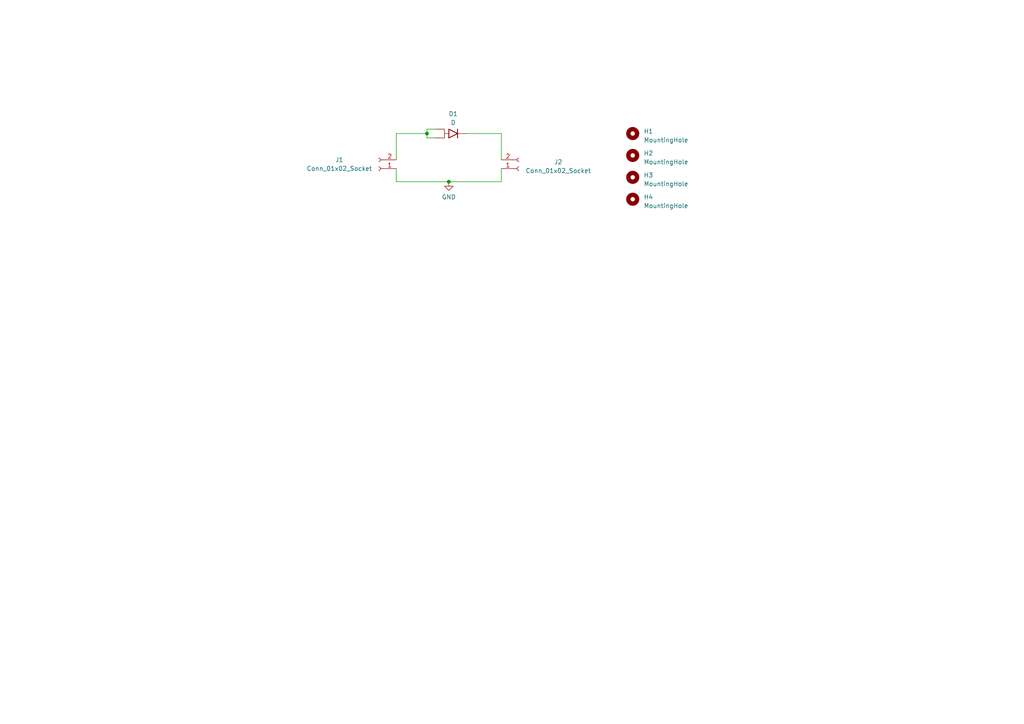
<source format=kicad_sch>
(kicad_sch (version 20230121) (generator eeschema)
  (paper "A4")
  (lib_symbols
    (symbol "Connector:Conn_01x02_Socket" (pin_names (offset 1.016) hide)
      (property "Reference" "J" (at 0 2.54 0))
      (property "Value" "Conn_01x02_Socket" (at 0 -5.08 0))
      (symbol "Conn_01x02_Socket_1_1"
        (arc (start 0 -2.032) (mid -0.5058 -2.54) (end 0 -3.048) (stroke (width 0.1524)))
        (polyline (pts (xy -1.27 -2.54) (xy -0.508 -2.54)) (stroke (width 0.1524)))
        (polyline (pts (xy -1.27 0) (xy -0.508 0)) (stroke (width 0.1524)))
        (arc (start 0 0.508) (mid -0.5058 0) (end 0 -0.508) (stroke (width 0.1524)))
        (pin passive line (at -5.08 0 0) (length 3.81) (name "Pin_1") (number "1"))
        (pin passive line (at -5.08 -2.54 0) (length 3.81) (name "Pin_2") (number "2"))
      )
    )
    (symbol "Device:D" (pin_numbers hide) (pin_names (offset 1.016) hide)
      (property "Reference" "D1" (at 0 -9.525 0))
      (property "Value" "D" (at 0 -6.985 0))
      (symbol "D_0_1"
        (polyline (pts (xy -1.27 -2.54) (xy -1.27 -5.08)) (stroke (width 0.254)))
        (polyline (pts (xy 1.27 -2.54) (xy 1.27 -5.08) (xy -1.27 -3.81) (xy 1.27 -2.54)) (stroke (width 0.254)))
        (polyline (pts (xy 2.54 -5.08) (xy 2.54 -2.54) (xy 2.54 -3.81) (xy 1.27 -3.81)))
      )
      (symbol "D_1_1"
        (pin passive line (at 5.08 -2.54 180) (length 2.54) (name "A") (number "1"))
        (pin passive line (at 5.08 -5.08 180) (length 2.54) (name "A") (number "2"))
        (pin passive line (at -3.81 -3.81 0) (length 2.54) (name "K") (number "3"))
      )
    )
    (symbol "Mechanical:MountingHole" (pin_names (offset 1.016))
      (property "Reference" "H" (at 0 5.08 0))
      (property "Value" "MountingHole" (at 0 3.175 0))
      (symbol "MountingHole_0_1"
        (circle (center 0 0) (radius 1.27) (stroke (width 1.27)))
      )
    )
    (symbol "power:GND" (power) (pin_names (offset 0))
      (property "Value" "GND" (at 0 -3.81 0))
      (symbol "GND_0_1"
        (polyline (pts (xy 0 0) (xy 0 -1.27) (xy 1.27 -1.27) (xy 0 -2.54) (xy -1.27 -1.27) (xy 0 -1.27)))
      )
      (symbol "GND_1_1"
        (pin power_in line (at 0 0 270) (length 0) hide (name "GND") (number "1"))
      )
    )
  )
  (junction (at 123.825 38.735))
  (junction (at 130.175 52.705))
  (wire (pts (xy 135.255 38.735) (xy 145.415 38.735)))
  (wire (pts (xy 123.825 38.735) (xy 123.825 37.465)))
  (wire (pts (xy 145.415 38.735) (xy 145.415 46.355)))
  (wire (pts (xy 114.935 48.895) (xy 114.935 52.705)))
  (wire (pts (xy 145.415 52.705) (xy 145.415 48.895)))
  (wire (pts (xy 114.935 52.705) (xy 130.175 52.705)))
  (wire (pts (xy 114.935 38.735) (xy 123.825 38.735)))
  (wire (pts (xy 123.825 37.465) (xy 126.365 37.465)))
  (wire (pts (xy 123.825 40.005) (xy 123.825 38.735)))
  (wire (pts (xy 130.175 52.705) (xy 145.415 52.705)))
  (wire (pts (xy 126.365 40.005) (xy 123.825 40.005)))
  (wire (pts (xy 114.935 46.355) (xy 114.935 38.735)))
  (symbol (lib_id "Connector:Conn_01x02_Socket") (at 150.495 48.895 0) (mirror x) (unit 1)
    (property "Reference" "J2" (at 161.925 46.99 0))
    (property "Value" "Conn_01x02_Socket" (at 161.925 49.53 0))
    (property "Footprint" "Connector_Molex:Molex_Sabre_43160-0102_1x02_P7.49mm_Vertical" (effects hide))
    (property "Datasheet" "https://www.mouser.com/ProductDetail/538-43160-0102" (effects hide))
    (property "Sim.Device" "R" (effects hide))
    (property "Sim.Pins" "1=+ 2=-" (effects hide))
    (property "Sim.Params" "r=\"\"" (effects hide))
  )
  (symbol (lib_id "Mechanical:MountingHole") (at 183.515 45.085 0) (unit 1)
    (property "Reference" "H2" (at 186.69 44.45 0) (effects (justify left)))
    (property "Value" "MountingHole" (at 186.69 46.99 0) (effects (justify left)))
    (property "Footprint" "MountingHole:MountingHole_3mm" (effects hide))
  )
  (symbol (lib_id "Device:D") (at 131.445 42.545 180) (unit 1)
    (property "Reference" "D1" (at 131.445 33.02 0))
    (property "Value" "D" (at 131.445 35.56 0))
    (property "Footprint" "UTSVT_Passive:SBLB25L30CTE345" (effects hide))
    (property "Datasheet" "https://www.vishay.com/docs/88731/sbl25l30ct.pdf" (effects hide))
    (property "Sim.Device" "D" (effects hide))
    (property "Sim.Pins" "1=K 2=A" (effects hide))
  )
  (symbol (lib_id "power:GND") (at 130.175 52.705 0) (unit 1)
    (property "Reference" "#PWR01" (effects hide))
    (property "Value" "GND" (at 130.175 57.15 0))
  )
  (symbol (lib_id "Mechanical:MountingHole") (at 183.515 51.435 0) (unit 1)
    (property "Reference" "H3" (at 186.69 50.8 0) (effects (justify left)))
    (property "Value" "MountingHole" (at 186.69 53.34 0) (effects (justify left)))
    (property "Footprint" "MountingHole:MountingHole_3mm" (effects hide))
  )
  (symbol (lib_id "Mechanical:MountingHole") (at 183.515 38.735 0) (unit 1)
    (property "Reference" "H1" (at 186.69 38.1 0) (effects (justify left)))
    (property "Value" "MountingHole" (at 186.69 40.64 0) (effects (justify left)))
    (property "Footprint" "MountingHole:MountingHole_3mm" (effects hide))
  )
  (symbol (lib_id "Mechanical:MountingHole") (at 183.515 57.785 0) (unit 1)
    (property "Reference" "H4" (at 186.69 57.15 0) (effects (justify left)))
    (property "Value" "MountingHole" (at 186.69 59.69 0) (effects (justify left)))
    (property "Footprint" "MountingHole:MountingHole_3mm" (effects hide))
  )
  (symbol (lib_id "Connector:Conn_01x02_Socket") (at 109.855 48.895 180) (unit 1)
    (property "Reference" "J1" (at 98.425 46.355 0))
    (property "Value" "Conn_01x02_Socket" (at 98.425 48.895 0))
    (property "Footprint" "Connector_Molex:Molex_Sabre_43160-0102_1x02_P7.49mm_Vertical" (effects hide))
    (property "Datasheet" "https://www.mouser.com/ProductDetail/538-43160-0102" (effects hide))
    (property "Sim.Device" "R" (effects hide))
    (property "Sim.Pins" "1=+ 2=-" (effects hide))
    (property "Sim.Params" "r=\"\"" (effects hide))
  )
)
</source>
